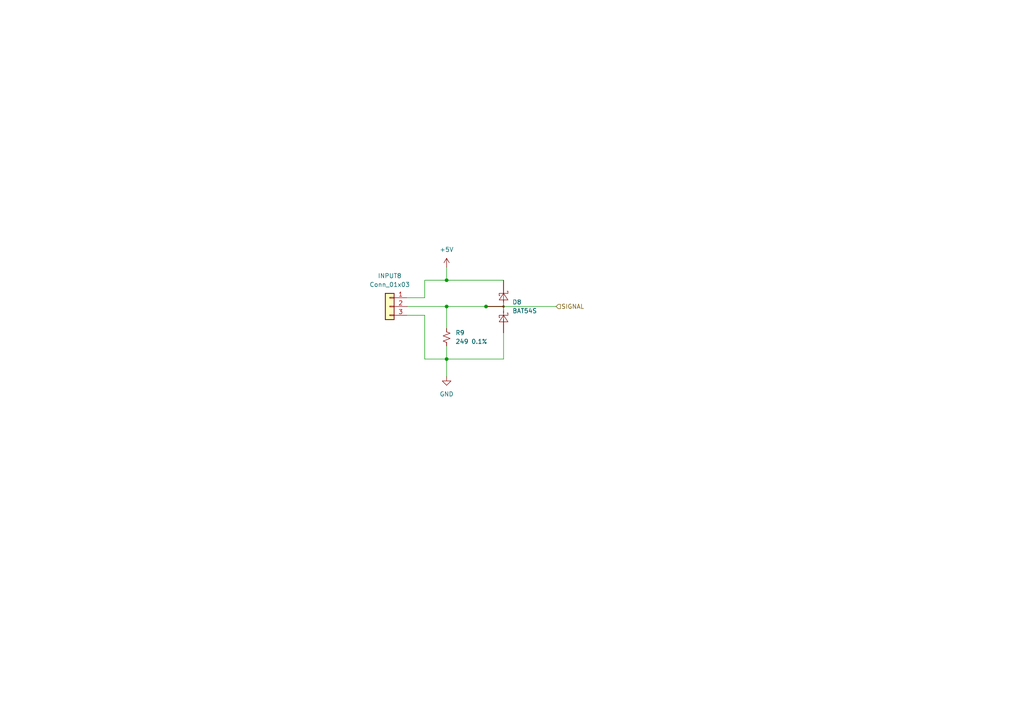
<source format=kicad_sch>
(kicad_sch (version 20231120) (generator "eeschema") (generator_version "8.0")
  (paper "A4")
  (lib_symbols
    (symbol "Connector_Generic:Conn_01x03" (pin_names (offset 1.016) hide)
      (property "Reference" "J" (at 0 5.08 0))
      (property "Value" "Conn_01x03" (at 0 -5.08 0))
      (symbol "Conn_01x03_1_1"
        (rectangle (start -1.27 -2.413) (end 0 -2.667) (stroke (width 0.1524)))
        (rectangle (start -1.27 0.127) (end 0 -0.127) (stroke (width 0.1524)))
        (rectangle (start -1.27 2.667) (end 0 2.413) (stroke (width 0.1524)))
        (rectangle (start -1.27 3.81) (end 1.27 -3.81) (stroke (width 0.254)) (fill (type background)))
        (pin passive line (at -5.08 2.54 0) (length 3.81) (name "Pin_1") (number "1"))
        (pin passive line (at -5.08 0 0) (length 3.81) (name "Pin_2") (number "2"))
        (pin passive line (at -5.08 -2.54 0) (length 3.81) (name "Pin_3") (number "3"))
      )
    )
    (symbol "Device:R_Small_US" (pin_numbers hide) (pin_names (offset 0.254) hide)
      (property "Reference" "R" (at 0.762 0.508 0))
      (property "Value" "R_Small_US" (at 0.762 -1.016 0))
      (symbol "R_Small_US_1_1"
        (polyline (pts (xy 0 0) (xy 1.016 -0.381) (xy 0 -0.762) (xy -1.016 -1.143) (xy 0 -1.524)))
        (polyline (pts (xy 0 1.524) (xy 1.016 1.143) (xy 0 0.762) (xy -1.016 0.381) (xy 0 0)))
        (pin passive line (at 0 2.54 270) (length 1.016) (name "~") (number "1"))
        (pin passive line (at 0 -2.54 90) (length 1.016) (name "~") (number "2"))
      )
    )
    (symbol "Diode:BAT54S" (pin_numbers hide) (pin_names (offset 0) hide)
      (property "Reference" "D" (at 2.54 -5.08 0))
      (property "Value" "BAT54S" (at -6.35 3.175 0))
      (symbol "BAT54S_0_1"
        (polyline (pts (xy -3.81 0) (xy -1.27 0)))
        (polyline (pts (xy -3.175 -1.27) (xy -3.175 -1.016)))
        (polyline (pts (xy -2.54 -1.27) (xy -3.175 -1.27)))
        (polyline (pts (xy -2.54 -1.27) (xy -2.54 1.27)))
        (polyline (pts (xy -2.54 1.27) (xy -1.905 1.27)))
        (polyline (pts (xy -1.905 0) (xy 1.905 0)))
        (polyline (pts (xy -1.905 1.27) (xy -1.905 1.016)))
        (polyline (pts (xy 1.27 0) (xy 3.81 0)))
        (polyline (pts (xy 3.175 -1.27) (xy 3.175 -1.016)))
        (polyline (pts (xy 3.81 -1.27) (xy 3.175 -1.27)))
        (polyline (pts (xy 3.81 -1.27) (xy 3.81 1.27)))
        (polyline (pts (xy 3.81 1.27) (xy 4.445 1.27)))
        (polyline (pts (xy 4.445 1.27) (xy 4.445 1.016)))
        (polyline (pts (xy -4.445 1.27) (xy -4.445 -1.27) (xy -2.54 0) (xy -4.445 1.27)))
        (polyline (pts (xy 1.905 1.27) (xy 1.905 -1.27) (xy 3.81 0) (xy 1.905 1.27)))
        (circle (center 0 0) (radius 0.254) (fill (type outline)))
      )
      (symbol "BAT54S_1_1"
        (pin passive line (at -7.62 0 0) (length 3.81) (name "A") (number "1"))
        (pin passive line (at 7.62 0 180) (length 3.81) (name "K") (number "2"))
        (pin passive line (at 0 -5.08 90) (length 5.08) (name "COM") (number "3"))
      )
    )
    (symbol "power:+5V" (power) (pin_numbers hide) (pin_names (offset 0) hide)
      (property "Value" "+5V" (at 0 3.556 0))
      (symbol "+5V_0_1"
        (polyline (pts (xy -0.762 1.27) (xy 0 2.54)))
        (polyline (pts (xy 0 0) (xy 0 2.54)))
        (polyline (pts (xy 0 2.54) (xy 0.762 1.27)))
      )
      (symbol "+5V_1_1"
        (pin power_in line (at 0 0 90) (length 0) (name "~") (number "1"))
      )
    )
    (symbol "power:GND" (power) (pin_numbers hide) (pin_names (offset 0) hide)
      (property "Value" "GND" (at 0 -3.81 0))
      (symbol "GND_0_1"
        (polyline (pts (xy 0 0) (xy 0 -1.27) (xy 1.27 -1.27) (xy 0 -2.54) (xy -1.27 -1.27) (xy 0 -1.27)))
      )
      (symbol "GND_1_1"
        (pin power_in line (at 0 0 270) (length 0) (name "~") (number "1"))
      )
    )
  )
  (junction (at 140.97 88.9))
  (junction (at 129.54 81.28))
  (junction (at 129.54 88.9))
  (junction (at 129.54 104.14))
  (wire (pts (xy 129.54 81.28) (xy 146.05 81.28)))
  (wire (pts (xy 146.05 104.14) (xy 146.05 96.52)))
  (wire (pts (xy 129.54 109.22) (xy 129.54 104.14)))
  (wire (pts (xy 123.19 81.28) (xy 123.19 86.36)))
  (wire (pts (xy 129.54 88.9) (xy 140.97 88.9)))
  (wire (pts (xy 123.19 91.44) (xy 118.11 91.44)))
  (wire (pts (xy 140.97 88.9) (xy 161.29 88.9)))
  (wire (pts (xy 123.19 104.14) (xy 129.54 104.14)))
  (wire (pts (xy 129.54 100.33) (xy 129.54 104.14)))
  (wire (pts (xy 129.54 77.47) (xy 129.54 81.28)))
  (wire (pts (xy 129.54 104.14) (xy 146.05 104.14)))
  (wire (pts (xy 123.19 81.28) (xy 129.54 81.28)))
  (wire (pts (xy 123.19 91.44) (xy 123.19 104.14)))
  (wire (pts (xy 118.11 86.36) (xy 123.19 86.36)))
  (wire (pts (xy 118.11 88.9) (xy 129.54 88.9)))
  (wire (pts (xy 129.54 88.9) (xy 129.54 95.25)))
  (hierarchical_label "SIGNAL" (shape input) (at 161.29 88.9 0))
  (symbol (lib_id "Diode:BAT54S") (at 146.05 88.9 270) (mirror x) (unit 1)
    (property "Reference" "D8" (at 148.59 87.63 90) (effects (justify left)))
    (property "Value" "BAT54S" (at 148.59 90.17 90) (effects (justify left)))
    (property "Footprint" "Package_TO_SOT_SMD:SOT-23" (effects (hide yes)))
    (property "Datasheet" "https://www.diodes.com/assets/Datasheets/ds11005.pdf" (effects (hide yes)))
    (property "LCSC" "C727126" (effects (hide yes)))
    (instances (project "sendit" (path "" (reference "D8") (unit 1)) (path "" (reference "D1") (unit 1)) (path "" (reference "D2") (unit 1)) (path "" (reference "D7") (unit 1)) (path "" (reference "D3") (unit 1)) (path "" (reference "D4") (unit 1)) (path "" (reference "D6") (unit 1)) (path "" (reference "D5") (unit 1))))
  )
  (symbol (lib_id "power:GND") (at 129.54 109.22 0) (unit 1)
    (property "Reference" "#PWR020" (effects (hide yes)))
    (property "Value" "GND" (at 129.54 114.3 0))
    (property "Description" "Power symbol creates a global label with name \"GND\" , ground" (effects (hide yes)))
    (instances (project "sendit" (path "" (reference "#PWR020") (unit 1)) (path "" (reference "#PWR04") (unit 1)) (path "" (reference "#PWR08") (unit 1)) (path "" (reference "#PWR018") (unit 1)) (path "" (reference "#PWR010") (unit 1)) (path "" (reference "#PWR012") (unit 1)) (path "" (reference "#PWR016") (unit 1)) (path "" (reference "#PWR014") (unit 1))))
  )
  (symbol (lib_id "power:+5V") (at 129.54 77.47 0) (unit 1)
    (property "Reference" "#PWR019" (effects (hide yes)))
    (property "Value" "+5V" (at 129.54 72.39 0))
    (property "Description" "Power symbol creates a global label with name \"+5V\"" (effects (hide yes)))
    (instances (project "sendit" (path "" (reference "#PWR019") (unit 1)) (path "" (reference "#PWR01") (unit 1)) (path "" (reference "#PWR07") (unit 1)) (path "" (reference "#PWR017") (unit 1)) (path "" (reference "#PWR09") (unit 1)) (path "" (reference "#PWR011") (unit 1)) (path "" (reference "#PWR015") (unit 1)) (path "" (reference "#PWR013") (unit 1))))
  )
  (symbol (lib_id "Connector_Generic:Conn_01x03") (at 113.03 88.9 0) (mirror y) (unit 1)
    (property "Reference" "INPUT8" (at 113.03 80.01 0))
    (property "Value" "Conn_01x03" (at 113.03 82.55 0))
    (property "Footprint" "Connector_Phoenix_MC:PhoenixContact_MC_1,5_3-G-3.5_1x03_P3.50mm_Horizontal" (effects (hide yes)))
    (property "Description" "pluggable terminal block 3.5mm 1x03" (effects (hide yes)))
    (property "LCSC" "C5188296 and C5188250" (effects (hide yes)))
    (instances (project "sendit" (path "" (reference "INPUT8") (unit 1)) (path "" (reference "INPUT1") (unit 1)) (path "" (reference "INPUT2") (unit 1)) (path "" (reference "INPUT7") (unit 1)) (path "" (reference "INPUT3") (unit 1)) (path "" (reference "INPUT4") (unit 1)) (path "" (reference "INPUT6") (unit 1)) (path "" (reference "INPUT5") (unit 1))))
  )
  (symbol (lib_id "Device:R_Small_US") (at 129.54 97.79 180) (unit 1)
    (property "Reference" "R9" (at 132.08 96.52 0) (effects (justify right)))
    (property "Value" "249 0.1%" (at 132.08 99.06 0) (effects (justify right)))
    (property "Footprint" "Resistor_SMD:R_1206_3216Metric_Pad1.30x1.75mm_HandSolder" (effects (hide yes)))
    (property "LCSC" "C870575" (effects (hide yes)))
    (instances (project "sendit" (path "" (reference "R9") (unit 1)) (path "" (reference "R1") (unit 1)) (path "" (reference "R3") (unit 1)) (path "" (reference "R8") (unit 1)) (path "" (reference "R4") (unit 1)) (path "" (reference "R5") (unit 1)) (path "" (reference "R7") (unit 1)) (path "" (reference "R6") (unit 1))))
  )
)
</source>
